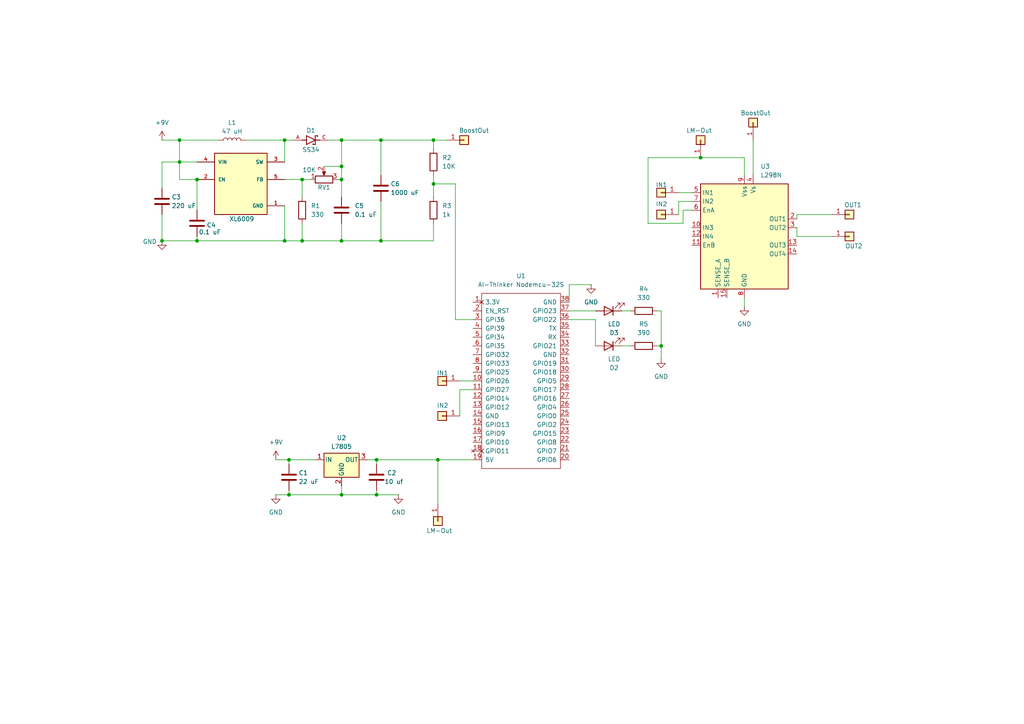
<source format=kicad_sch>
(kicad_sch (version 20250114) (generator "eeschema") (generator_version "9.0")
  (paper "A4")
  (lib_symbols
    (symbol "Connector_Generic:Conn_01x01" (pin_names (offset 1.016) (hide yes))
      (property "Reference" "J" (at 0 2.54 0))
      (property "Value" "Conn_01x01" (at 0 -2.54 0))
      (symbol "Conn_01x01_1_1"
        (rectangle (start -1.27 1.27) (end 1.27 -1.27) (stroke (width 0.254)) (fill (type background)))
        (rectangle (start -1.27 0.127) (end 0 -0.127) (stroke (width 0.1524)))
        (pin passive line (at -5.08 0 0) (length 3.81) (name "Pin_1") (number "1"))
      )
    )
    (symbol "Device:C" (pin_numbers (hide yes)) (pin_names (offset 0.254))
      (property "Reference" "C" (at 0.635 2.54 0))
      (property "Value" "C" (at 0.635 -2.54 0))
      (symbol "C_0_1"
        (polyline (pts (xy -2.032 0.762) (xy 2.032 0.762)) (stroke (width 0.508)))
        (polyline (pts (xy -2.032 -0.762) (xy 2.032 -0.762)) (stroke (width 0.508)))
      )
      (symbol "C_1_1"
        (pin passive line (at 0 3.81 270) (length 2.794) (name "~") (number "1"))
        (pin passive line (at 0 -3.81 90) (length 2.794) (name "~") (number "2"))
      )
    )
    (symbol "Device:L" (pin_numbers (hide yes)) (pin_names (offset 1.016) (hide yes))
      (property "Reference" "L" (at -1.27 0 90))
      (property "Value" "L" (at 1.905 0 90))
      (symbol "L_0_1"
        (arc (start 0 2.54) (mid 0.6323 1.905) (end 0 1.27))
        (arc (start 0 1.27) (mid 0.6323 0.635) (end 0 0))
        (arc (start 0 0) (mid 0.6323 -0.635) (end 0 -1.27))
        (arc (start 0 -1.27) (mid 0.6323 -1.905) (end 0 -2.54))
      )
      (symbol "L_1_1"
        (pin passive line (at 0 3.81 270) (length 1.27) (name "1") (number "1"))
        (pin passive line (at 0 -3.81 90) (length 1.27) (name "2") (number "2"))
      )
    )
    (symbol "Device:LED" (pin_numbers (hide yes)) (pin_names (offset 1.016) (hide yes))
      (property "Reference" "D" (at 0 2.54 0))
      (property "Value" "LED" (at 0 -2.54 0))
      (symbol "LED_0_1"
        (polyline (pts (xy -3.048 -0.762) (xy -4.572 -2.286) (xy -3.81 -2.286) (xy -4.572 -2.286) (xy -4.572 -1.524)))
        (polyline (pts (xy -1.778 -0.762) (xy -3.302 -2.286) (xy -2.54 -2.286) (xy -3.302 -2.286) (xy -3.302 -1.524)))
        (polyline (pts (xy -1.27 0) (xy 1.27 0)))
        (polyline (pts (xy -1.27 -1.27) (xy -1.27 1.27)) (stroke (width 0.254)))
        (polyline (pts (xy 1.27 -1.27) (xy 1.27 1.27) (xy -1.27 0) (xy 1.27 -1.27)) (stroke (width 0.254)))
      )
      (symbol "LED_1_1"
        (pin passive line (at -3.81 0 0) (length 2.54) (name "K") (number "1"))
        (pin passive line (at 3.81 0 180) (length 2.54) (name "A") (number "2"))
      )
    )
    (symbol "Device:R" (pin_numbers (hide yes)) (pin_names (offset 0))
      (property "Reference" "R" (at 2.032 0 90))
      (property "Value" "R" (at 0 0 90))
      (symbol "R_0_1"
        (rectangle (start -1.016 -2.54) (end 1.016 2.54) (stroke (width 0.254)))
      )
      (symbol "R_1_1"
        (pin passive line (at 0 3.81 270) (length 1.27) (name "~") (number "1"))
        (pin passive line (at 0 -3.81 90) (length 1.27) (name "~") (number "2"))
      )
    )
    (symbol "Device:R_Potentiometer" (pin_names (offset 1.016) (hide yes))
      (property "Reference" "RV" (at -4.445 0 90))
      (property "Value" "R_Potentiometer" (at -2.54 0 90))
      (symbol "R_Potentiometer_0_1"
        (rectangle (start 1.016 2.54) (end -1.016 -2.54) (stroke (width 0.254)))
        (polyline (pts (xy 1.143 0) (xy 2.286 0.508) (xy 2.286 -0.508) (xy 1.143 0)) (fill (type outline)))
        (polyline (pts (xy 2.54 0) (xy 1.524 0)))
      )
      (symbol "R_Potentiometer_1_1"
        (pin passive line (at 0 3.81 270) (length 1.27) (name "1") (number "1"))
        (pin passive line (at 0 -3.81 90) (length 1.27) (name "3") (number "3"))
        (pin passive line (at 3.81 0 180) (length 1.27) (name "2") (number "2"))
      )
    )
    (symbol "Driver_Motor:L298N"
      (property "Reference" "U" (at -10.16 16.51 0))
      (property "Value" "L298N" (at 12.7 16.51 0))
      (symbol "L298N_0_1"
        (rectangle (start -12.7 15.24) (end 12.7 -15.24) (stroke (width 0.254)) (fill (type background)))
      )
      (symbol "L298N_1_1"
        (pin input line (at -15.24 12.7 0) (length 2.54) (name "IN1") (number "5"))
        (pin input line (at -15.24 10.16 0) (length 2.54) (name "IN2") (number "7"))
        (pin input line (at -15.24 7.62 0) (length 2.54) (name "EnA") (number "6"))
        (pin input line (at -15.24 2.54 0) (length 2.54) (name "IN3") (number "10"))
        (pin input line (at -15.24 0 0) (length 2.54) (name "IN4") (number "12"))
        (pin input line (at -15.24 -2.54 0) (length 2.54) (name "EnB") (number "11"))
        (pin input line (at -7.62 -17.78 90) (length 2.54) (name "SENSE_A") (number "1"))
        (pin input line (at -5.08 -17.78 90) (length 2.54) (name "SENSE_B") (number "15"))
        (pin power_in line (at 0 17.78 270) (length 2.54) (name "Vss") (number "9"))
        (pin power_in line (at 0 -17.78 90) (length 2.54) (name "GND") (number "8"))
        (pin power_in line (at 2.54 17.78 270) (length 2.54) (name "Vs") (number "4"))
        (pin output line (at 15.24 5.08 180) (length 2.54) (name "OUT1") (number "2"))
        (pin output line (at 15.24 2.54 180) (length 2.54) (name "OUT2") (number "3"))
        (pin output line (at 15.24 -2.54 180) (length 2.54) (name "OUT3") (number "13"))
        (pin output line (at 15.24 -5.08 180) (length 2.54) (name "OUT4") (number "14"))
      )
    )
    (symbol "NodeMCU-32S:AI-Thinker Nodemcu-32S" (pin_names (offset 1.016))
      (property "Reference" "U" (at -10.16 8.89 0))
      (property "Value" "AI-Thinker Nodemcu-32S" (at 0 -44.45 0))
      (symbol "AI-Thinker Nodemcu-32S_0_1"
        (rectangle (start -11.43 7.62) (end 11.43 -43.18))
      )
      (symbol "AI-Thinker Nodemcu-32S_1_1"
        (pin power_out non_logic (at -13.97 5.08 0) (length 2.54) (name "3.3V") (number "1"))
        (pin bidirectional line (at -13.97 2.54 0) (length 2.54) (name "EN_RST") (number "2"))
        (pin input line (at -13.97 0 0) (length 2.54) (name "GPI36") (number "3"))
        (pin input line (at -13.97 -2.54 0) (length 2.54) (name "GPI39") (number "4"))
        (pin input line (at -13.97 -5.08 0) (length 2.54) (name "GPI34") (number "5"))
        (pin input line (at -13.97 -7.62 0) (length 2.54) (name "GPI35") (number "6"))
        (pin bidirectional line (at -13.97 -10.16 0) (length 2.54) (name "GPIO32") (number "7"))
        (pin bidirectional line (at -13.97 -12.7 0) (length 2.54) (name "GPIO33") (number "8"))
        (pin bidirectional line (at -13.97 -15.24 0) (length 2.54) (name "GPIO25") (number "9"))
        (pin bidirectional line (at -13.97 -17.78 0) (length 2.54) (name "GPIO26") (number "10"))
        (pin bidirectional line (at -13.97 -20.32 0) (length 2.54) (name "GPIO27") (number "11"))
        (pin bidirectional line (at -13.97 -22.86 0) (length 2.54) (name "GPIO14") (number "12"))
        (pin bidirectional line (at -13.97 -25.4 0) (length 2.54) (name "GPIO12") (number "13"))
        (pin power_in line (at -13.97 -27.94 0) (length 2.54) (name "GND") (number "14"))
        (pin bidirectional line (at -13.97 -30.48 0) (length 2.54) (name "GPIO13") (number "15"))
        (pin bidirectional line (at -13.97 -33.02 0) (length 2.54) (name "GPIO9") (number "16"))
        (pin bidirectional line (at -13.97 -35.56 0) (length 2.54) (name "GPIO10") (number "17"))
        (pin no_connect non_logic (at -13.97 -38.1 0) (length 2.54) (name "GPIO11") (number "18"))
        (pin power_in line (at -13.97 -40.64 0) (length 2.54) (name "5V") (number "19"))
        (pin passive line (at 13.97 5.08 180) (length 2.54) (name "GND") (number "38"))
        (pin bidirectional line (at 13.97 2.54 180) (length 2.54) (name "GPIO23") (number "37"))
        (pin bidirectional line (at 13.97 0 180) (length 2.54) (name "GPIO22") (number "36"))
        (pin bidirectional line (at 13.97 -2.54 180) (length 2.54) (name "TX") (number "35"))
        (pin bidirectional line (at 13.97 -5.08 180) (length 2.54) (name "RX") (number "34"))
        (pin bidirectional line (at 13.97 -7.62 180) (length 2.54) (name "GPIO21") (number "33"))
        (pin tri_state line (at 13.97 -10.16 180) (length 2.54) (name "GND") (number "32"))
        (pin bidirectional line (at 13.97 -12.7 180) (length 2.54) (name "GPIO19") (number "31"))
        (pin bidirectional line (at 13.97 -15.24 180) (length 2.54) (name "GPIO18") (number "30"))
        (pin bidirectional line (at 13.97 -17.78 180) (length 2.54) (name "GPIO5") (number "29"))
        (pin bidirectional line (at 13.97 -20.32 180) (length 2.54) (name "GPIO17") (number "28"))
        (pin bidirectional line (at 13.97 -22.86 180) (length 2.54) (name "GPIO16") (number "27"))
        (pin bidirectional line (at 13.97 -25.4 180) (length 2.54) (name "GPIO4") (number "26"))
        (pin bidirectional line (at 13.97 -27.94 180) (length 2.54) (name "GPIO0") (number "25"))
        (pin bidirectional line (at 13.97 -30.48 180) (length 2.54) (name "GPIO2") (number "24"))
        (pin bidirectional line (at 13.97 -33.02 180) (length 2.54) (name "GPIO15") (number "23"))
        (pin bidirectional line (at 13.97 -35.56 180) (length 2.54) (name "GPIO8") (number "22"))
        (pin bidirectional line (at 13.97 -38.1 180) (length 2.54) (name "GPIO7") (number "21"))
        (pin bidirectional line (at 13.97 -40.64 180) (length 2.54) (name "GPIO6") (number "20"))
      )
    )
    (symbol "Regulator_Linear:L7805" (pin_names (offset 0.254))
      (property "Reference" "U" (at -3.81 3.175 0))
      (property "Value" "L7805" (at 0 3.175 0))
      (symbol "L7805_0_1"
        (rectangle (start -5.08 1.905) (end 5.08 -5.08) (stroke (width 0.254)) (fill (type background)))
      )
      (symbol "L7805_1_1"
        (pin power_in line (at -7.62 0 0) (length 2.54) (name "IN") (number "1"))
        (pin power_in line (at 0 -7.62 90) (length 2.54) (name "GND") (number "2"))
        (pin power_out line (at 7.62 0 180) (length 2.54) (name "OUT") (number "3"))
      )
    )
    (symbol "SS34:SS34" (pin_names (offset 1.016))
      (property "Reference" "D" (at -5.08 2.54 0))
      (property "Value" "SS34" (at -5.08 -3.81 0))
      (symbol "SS34_0_0"
        (polyline (pts (xy -2.54 0) (xy -1.27 0)) (stroke (width 0.254)))
        (polyline (pts (xy -1.27 1.27) (xy -1.27 0)) (stroke (width 0.254)))
        (polyline (pts (xy -1.27 0) (xy -1.27 -1.27)) (stroke (width 0.254)))
        (polyline (pts (xy -1.27 -1.27) (xy 1.27 0)) (stroke (width 0.254)))
        (polyline (pts (xy 0.635 -1.016) (xy 0.635 -1.27)) (stroke (width 0.254)))
        (polyline (pts (xy 1.27 1.27) (xy 1.27 0)) (stroke (width 0.254)))
        (polyline (pts (xy 1.27 0) (xy -1.27 1.27)) (stroke (width 0.254)))
        (polyline (pts (xy 1.27 0) (xy 1.27 -1.27)) (stroke (width 0.254)))
        (polyline (pts (xy 1.27 -1.27) (xy 0.635 -1.27)) (stroke (width 0.254)))
        (polyline (pts (xy 1.905 1.27) (xy 1.27 1.27)) (stroke (width 0.254)))
        (polyline (pts (xy 1.905 1.27) (xy 1.905 1.016)) (stroke (width 0.254)))
        (polyline (pts (xy 2.54 0) (xy 1.27 0)) (stroke (width 0.254)))
        (pin passive line (at -5.08 0 0) (length 2.54) (name "~") (number "A"))
        (pin passive line (at 5.08 0 180) (length 2.54) (name "~") (number "C"))
      )
    )
    (symbol "XL6009:XL6009" (pin_names (offset 1.016))
      (property "Reference" "VR" (at -7.62 8.89 0))
      (property "Value" "XL6009" (at -7.62 -11.43 0))
      (symbol "XL6009_0_0"
        (rectangle (start -7.62 -10.16) (end 7.62 7.62) (stroke (width 0.254)) (fill (type background)))
        (pin input line (at -12.7 5.08 0) (length 5.08) (name "VIN") (number "4"))
        (pin input line (at -12.7 0 0) (length 5.08) (name "EN") (number "2"))
        (pin output line (at 12.7 5.08 180) (length 5.08) (name "SW") (number "3"))
        (pin output line (at 12.7 5.08 180) (length 5.08) (hide yes) (name "SW") (number "6"))
        (pin input line (at 12.7 0 180) (length 5.08) (name "FB") (number "5"))
        (pin power_in line (at 12.7 -7.62 180) (length 5.08) (name "GND") (number "1"))
      )
    )
    (symbol "power:+9V" (power) (pin_numbers (hide yes)) (pin_names (offset 0) (hide yes))
      (property "Value" "+9V" (at 0 3.556 0))
      (symbol "+9V_0_1"
        (polyline (pts (xy -0.762 1.27) (xy 0 2.54)))
        (polyline (pts (xy 0 2.54) (xy 0.762 1.27)))
        (polyline (pts (xy 0 0) (xy 0 2.54)))
      )
      (symbol "+9V_1_1"
        (pin power_in line (at 0 0 90) (length 0) (name "~") (number "1"))
      )
    )
    (symbol "power:GND" (power) (pin_numbers (hide yes)) (pin_names (offset 0) (hide yes))
      (property "Value" "GND" (at 0 -3.81 0))
      (symbol "GND_0_1"
        (polyline (pts (xy 0 0) (xy 0 -1.27) (xy 1.27 -1.27) (xy 0 -2.54) (xy -1.27 -1.27) (xy 0 -1.27)))
      )
      (symbol "GND_1_1"
        (pin power_in line (at 0 0 270) (length 0) (name "~") (number "1"))
      )
    )
  )
  (junction (at 110.49 40.64))
  (junction (at 99.06 48.26))
  (junction (at 110.49 69.85))
  (junction (at 109.22 133.35))
  (junction (at 99.06 40.64))
  (junction (at 99.06 69.85))
  (junction (at 99.06 52.07))
  (junction (at 87.63 52.07))
  (junction (at 57.15 52.07))
  (junction (at 52.07 40.64))
  (junction (at 203.2 45.72))
  (junction (at 46.99 69.85))
  (junction (at 191.77 100.33))
  (junction (at 127 133.35))
  (junction (at 83.82 133.35))
  (junction (at 99.06 143.51))
  (junction (at 109.22 143.51))
  (junction (at 82.55 40.64))
  (junction (at 83.82 143.51))
  (junction (at 57.15 69.85))
  (junction (at 125.73 40.64))
  (junction (at 87.63 69.85))
  (junction (at 52.07 46.99))
  (junction (at 82.55 69.85))
  (junction (at 125.73 53.34))
  (wire (pts (xy 171.45 82.55) (xy 165.1 82.55)))
  (wire (pts (xy 82.55 46.99) (xy 82.55 40.64)))
  (wire (pts (xy 180.34 100.33) (xy 182.88 100.33)))
  (wire (pts (xy 215.9 88.9) (xy 215.9 86.36)))
  (wire (pts (xy 215.9 45.72) (xy 203.2 45.72)))
  (wire (pts (xy 52.07 52.07) (xy 57.15 52.07)))
  (wire (pts (xy 109.22 143.51) (xy 115.57 143.51)))
  (wire (pts (xy 57.15 68.58) (xy 57.15 69.85)))
  (wire (pts (xy 83.82 133.35) (xy 91.44 133.35)))
  (wire (pts (xy 87.63 57.15) (xy 87.63 52.07)))
  (wire (pts (xy 125.73 50.8) (xy 125.73 53.34)))
  (wire (pts (xy 125.73 43.18) (xy 125.73 40.64)))
  (wire (pts (xy 218.44 40.64) (xy 218.44 50.8)))
  (wire (pts (xy 241.3 62.23) (xy 231.14 62.23)))
  (wire (pts (xy 165.1 82.55) (xy 165.1 87.63)))
  (wire (pts (xy 99.06 64.77) (xy 99.06 69.85)))
  (wire (pts (xy 57.15 52.07) (xy 57.15 60.96)))
  (wire (pts (xy 83.82 134.62) (xy 83.82 133.35)))
  (wire (pts (xy 109.22 134.62) (xy 109.22 133.35)))
  (wire (pts (xy 93.98 48.26) (xy 99.06 48.26)))
  (wire (pts (xy 125.73 64.77) (xy 125.73 69.85)))
  (wire (pts (xy 97.79 52.07) (xy 99.06 52.07)))
  (wire (pts (xy 52.07 40.64) (xy 63.5 40.64)))
  (wire (pts (xy 241.3 68.58) (xy 231.14 68.58)))
  (wire (pts (xy 187.96 64.77) (xy 187.96 45.72)))
  (wire (pts (xy 125.73 40.64) (xy 110.49 40.64)))
  (wire (pts (xy 187.96 45.72) (xy 203.2 45.72)))
  (wire (pts (xy 125.73 53.34) (xy 132.08 53.34)))
  (wire (pts (xy 110.49 50.8) (xy 110.49 40.64)))
  (wire (pts (xy 172.72 92.71) (xy 172.72 100.33)))
  (wire (pts (xy 165.1 92.71) (xy 172.72 92.71)))
  (wire (pts (xy 215.9 45.72) (xy 215.9 50.8)))
  (wire (pts (xy 87.63 64.77) (xy 87.63 69.85)))
  (wire (pts (xy 200.66 55.88) (xy 196.85 55.88)))
  (wire (pts (xy 125.73 40.64) (xy 129.54 40.64)))
  (wire (pts (xy 83.82 143.51) (xy 99.06 143.51)))
  (wire (pts (xy 82.55 40.64) (xy 85.09 40.64)))
  (wire (pts (xy 133.35 120.65) (xy 133.35 113.03)))
  (wire (pts (xy 196.85 58.42) (xy 200.66 58.42)))
  (wire (pts (xy 109.22 142.24) (xy 109.22 143.51)))
  (wire (pts (xy 137.16 110.49) (xy 133.35 110.49)))
  (wire (pts (xy 180.34 90.17) (xy 182.88 90.17)))
  (wire (pts (xy 46.99 46.99) (xy 52.07 46.99)))
  (wire (pts (xy 191.77 90.17) (xy 191.77 100.33)))
  (wire (pts (xy 95.25 40.64) (xy 99.06 40.64)))
  (wire (pts (xy 82.55 52.07) (xy 87.63 52.07)))
  (wire (pts (xy 137.16 133.35) (xy 127 133.35)))
  (wire (pts (xy 87.63 69.85) (xy 99.06 69.85)))
  (wire (pts (xy 99.06 40.64) (xy 110.49 40.64)))
  (wire (pts (xy 82.55 69.85) (xy 87.63 69.85)))
  (wire (pts (xy 109.22 133.35) (xy 127 133.35)))
  (wire (pts (xy 71.12 40.64) (xy 82.55 40.64)))
  (wire (pts (xy 99.06 143.51) (xy 109.22 143.51)))
  (wire (pts (xy 190.5 100.33) (xy 191.77 100.33)))
  (wire (pts (xy 198.12 60.96) (xy 198.12 64.77)))
  (wire (pts (xy 127 146.05) (xy 127 133.35)))
  (wire (pts (xy 99.06 140.97) (xy 99.06 143.51)))
  (wire (pts (xy 82.55 59.69) (xy 82.55 69.85)))
  (wire (pts (xy 191.77 100.33) (xy 191.77 104.14)))
  (wire (pts (xy 198.12 64.77) (xy 187.96 64.77)))
  (wire (pts (xy 52.07 46.99) (xy 57.15 46.99)))
  (wire (pts (xy 46.99 40.64) (xy 52.07 40.64)))
  (wire (pts (xy 80.01 143.51) (xy 83.82 143.51)))
  (wire (pts (xy 106.68 133.35) (xy 109.22 133.35)))
  (wire (pts (xy 125.73 53.34) (xy 125.73 57.15)))
  (wire (pts (xy 125.73 69.85) (xy 110.49 69.85)))
  (wire (pts (xy 83.82 142.24) (xy 83.82 143.51)))
  (wire (pts (xy 52.07 46.99) (xy 52.07 52.07)))
  (wire (pts (xy 46.99 69.85) (xy 57.15 69.85)))
  (wire (pts (xy 110.49 58.42) (xy 110.49 69.85)))
  (wire (pts (xy 132.08 92.71) (xy 137.16 92.71)))
  (wire (pts (xy 46.99 62.23) (xy 46.99 69.85)))
  (wire (pts (xy 99.06 52.07) (xy 99.06 57.15)))
  (wire (pts (xy 57.15 69.85) (xy 82.55 69.85)))
  (wire (pts (xy 99.06 40.64) (xy 99.06 48.26)))
  (wire (pts (xy 87.63 52.07) (xy 90.17 52.07)))
  (wire (pts (xy 99.06 48.26) (xy 99.06 52.07)))
  (wire (pts (xy 80.01 133.35) (xy 83.82 133.35)))
  (wire (pts (xy 46.99 46.99) (xy 46.99 54.61)))
  (wire (pts (xy 133.35 113.03) (xy 137.16 113.03)))
  (wire (pts (xy 196.85 58.42) (xy 196.85 62.23)))
  (wire (pts (xy 52.07 40.64) (xy 52.07 46.99)))
  (wire (pts (xy 165.1 90.17) (xy 172.72 90.17)))
  (wire (pts (xy 231.14 62.23) (xy 231.14 63.5)))
  (wire (pts (xy 231.14 68.58) (xy 231.14 66.04)))
  (wire (pts (xy 190.5 90.17) (xy 191.77 90.17)))
  (wire (pts (xy 99.06 69.85) (xy 110.49 69.85)))
  (wire (pts (xy 200.66 60.96) (xy 198.12 60.96)))
  (wire (pts (xy 132.08 53.34) (xy 132.08 92.71)))
  (symbol (lib_id "Connector_Generic:Conn_01x01") (at 191.77 62.23 180) (unit 1)
    (property "Reference" "IN2" (at 193.548 59.182 0) (effects (justify left)))
    (property "Value" "Conn_01x01" (effects (hide yes)))
    (property "Description" "Generic connector, single row, 01x01, script generated (kicad-library-utils/schlib/autogen/connector/)" (effects (hide yes)))
  )
  (symbol (lib_id "Device:R") (at 125.73 60.96 0) (unit 1)
    (property "Reference" "R3" (at 128.27 59.6899 0) (effects (justify left)))
    (property "Value" "1k" (at 128.27 62.2299 0) (effects (justify left)))
    (property "Description" "Resistor" (effects (hide yes)))
  )
  (symbol (lib_id "Connector_Generic:Conn_01x01") (at 134.62 40.64 0) (unit 1)
    (property "Reference" "BoostOut" (at 133.096 37.846 0) (effects (justify left)))
    (property "Value" "Conn_01x01" (effects (hide yes)))
    (property "Description" "Generic connector, single row, 01x01, script generated (kicad-library-utils/schlib/autogen/connector/)" (effects (hide yes)))
  )
  (symbol (lib_id "Device:R_Potentiometer") (at 93.98 52.07 90) (unit 1)
    (property "Reference" "RV1" (at 93.98 54.356 90))
    (property "Value" "10K" (at 89.662 49.276 90))
    (property "Description" "Potentiometer" (effects (hide yes)))
  )
  (symbol (lib_id "Driver_Motor:L298N") (at 215.9 68.58 0) (unit 1)
    (property "Reference" "U3" (at 220.5833 48.26 0) (effects (justify left)))
    (property "Value" "L298N" (at 220.5833 50.8 0) (effects (justify left)))
    (property "Footprint" "Package_TO_SOT_THT:TO-220-15_P2.54x5.08mm_StaggerOdd_Lead4.58mm_Vertical" (effects (hide yes)))
    (property "Datasheet" "http://www.st.com/st-web-ui/static/active/en/resource/technical/document/datasheet/CD00000240.pdf" (effects (hide yes)))
    (property "Description" "Dual full bridge motor driver, up to 46V, 4A, Multiwatt15-V" (effects (hide yes)))
  )
  (symbol (lib_id "power:GND") (at 191.77 104.14 0) (unit 1)
    (property "Reference" "#PWR07" (effects (hide yes)))
    (property "Value" "GND" (at 191.77 109.22 0))
    (property "Description" "Power symbol creates a global label with name \"GND\" , ground" (effects (hide yes)))
  )
  (symbol (lib_id "Device:C") (at 83.82 138.43 0) (unit 1)
    (property "Reference" "C1" (at 86.614 137.16 0) (effects (justify left)))
    (property "Value" "22 uF" (at 86.614 139.7 0) (effects (justify left)))
    (property "Description" "Unpolarized capacitor" (effects (hide yes)))
  )
  (symbol (lib_id "Connector_Generic:Conn_01x01") (at 246.38 68.58 0) (unit 1)
    (property "Reference" "OUT2" (at 245.11 71.374 0) (effects (justify left)))
    (property "Value" "Conn_01x01" (effects (hide yes)))
    (property "Description" "Generic connector, single row, 01x01, script generated (kicad-library-utils/schlib/autogen/connector/)" (effects (hide yes)))
  )
  (symbol (lib_id "Connector_Generic:Conn_01x01") (at 128.27 110.49 180) (unit 1)
    (property "Reference" "IN1" (at 130.048 108.204 0) (effects (justify left)))
    (property "Value" "Conn_01x01" (effects (hide yes)))
    (property "Description" "Generic connector, single row, 01x01, script generated (kicad-library-utils/schlib/autogen/connector/)" (effects (hide yes)))
  )
  (symbol (lib_id "Device:LED") (at 176.53 90.17 180) (unit 1)
    (property "Reference" "D3" (at 178.1175 96.52 0))
    (property "Value" "LED" (at 178.1175 93.98 0))
    (property "Description" "Light emitting diode" (effects (hide yes)))
    (property "Sim.Pins" "1=K 2=A" (effects (hide yes)))
  )
  (symbol (lib_id "Connector_Generic:Conn_01x01") (at 127 151.13 270) (unit 1)
    (property "Reference" "LM-Out" (at 123.698 153.924 90) (effects (justify left)))
    (property "Value" "Conn_01x01" (effects (hide yes)))
    (property "Description" "Generic connector, single row, 01x01, script generated (kicad-library-utils/schlib/autogen/connector/)" (effects (hide yes)))
  )
  (symbol (lib_id "Device:R") (at 186.69 100.33 90) (unit 1)
    (property "Reference" "R5" (at 186.69 93.98 90))
    (property "Value" "390" (at 186.69 96.52 90))
    (property "Description" "Resistor" (effects (hide yes)))
  )
  (symbol (lib_id "Device:LED") (at 176.53 100.33 180) (unit 1)
    (property "Reference" "D2" (at 178.1175 106.68 0))
    (property "Value" "LED" (at 178.1175 104.14 0))
    (property "Description" "Light emitting diode" (effects (hide yes)))
    (property "Sim.Pins" "1=K 2=A" (effects (hide yes)))
  )
  (symbol (lib_id "Connector_Generic:Conn_01x01") (at 191.77 55.88 180) (unit 1)
    (property "Reference" "IN1" (at 193.548 53.594 0) (effects (justify left)))
    (property "Value" "Conn_01x01" (effects (hide yes)))
    (property "Description" "Generic connector, single row, 01x01, script generated (kicad-library-utils/schlib/autogen/connector/)" (effects (hide yes)))
  )
  (symbol (lib_id "Device:L") (at 67.31 40.64 90) (unit 1)
    (property "Reference" "L1" (at 67.31 35.56 90))
    (property "Value" "47 uH" (at 67.31 38.1 90))
    (property "Description" "Inductor" (effects (hide yes)))
  )
  (symbol (lib_id "XL6009:XL6009") (at 69.85 52.07 0) (unit 1)
    (property "Reference" "VR1" (effects (hide yes)))
    (property "Value" "XL6009" (at 70.104 63.5 0))
    (property "Footprint" "XL6009:DPAK170P1435X465-6N" (effects (hide yes)))
    (property "MF" "XLSEMI" (effects (hide yes)))
    (property "MAXIMUM_PACKAGE_HEIGHT" "4.65mm" (effects (hide yes)))
    (property "Package" "TO-263-5L XLSEMI" (effects (hide yes)))
    (property "Price" "None" (effects (hide yes)))
    (property "Check_prices" "https://www.snapeda.com/parts/XL6009/XLSEMI/view-part/?ref=eda" (effects (hide yes)))
    (property "STANDARD" "IPC-7351B" (effects (hide yes)))
    (property "PARTREV" "1.1" (effects (hide yes)))
    (property "SnapEDA_Link" "https://www.snapeda.com/parts/XL6009/XLSEMI/view-part/?ref=snap" (effects (hide yes)))
    (property "MP" "XL6009" (effects (hide yes)))
    (property "Description_1" "The XL6009 regulator is a wide input range, current mode, DC/DC converter which is capable of generating either positive or negative output voltages." (effects (hide yes)))
    (property "Availability" "Not in stock" (effects (hide yes)))
    (property "MANUFACTURER" "XLSEMI" (effects (hide yes)))
  )
  (symbol (lib_id "power:+9V") (at 80.01 133.35 0) (unit 1)
    (property "Reference" "#PWR02" (effects (hide yes)))
    (property "Value" "+9V" (at 80.01 128.27 0))
    (property "Description" "Power symbol creates a global label with name \"+9V\"" (effects (hide yes)))
  )
  (symbol (lib_id "power:GND") (at 46.99 69.85 0) (unit 1)
    (property "Reference" "#PWR03" (effects (hide yes)))
    (property "Value" "GND" (at 43.434 70.104 0))
    (property "Description" "Power symbol creates a global label with name \"GND\" , ground" (effects (hide yes)))
  )
  (symbol (lib_id "Device:C") (at 46.99 58.42 0) (unit 1)
    (property "Reference" "C3" (at 49.784 57.15 0) (effects (justify left)))
    (property "Value" "220 uF" (at 49.784 59.69 0) (effects (justify left)))
    (property "Description" "Unpolarized capacitor" (effects (hide yes)))
  )
  (symbol (lib_id "Device:C") (at 57.15 64.77 0) (unit 1)
    (property "Reference" "C4" (at 59.944 65.278 0) (effects (justify left)))
    (property "Value" "0.1 uF" (at 57.658 67.31 0) (effects (justify left)))
    (property "Description" "Unpolarized capacitor" (effects (hide yes)))
  )
  (symbol (lib_id "Device:C") (at 110.49 54.61 0) (unit 1)
    (property "Reference" "C6" (at 113.284 53.34 0) (effects (justify left)))
    (property "Value" "1000 uF" (at 113.284 55.88 0) (effects (justify left)))
    (property "Description" "Unpolarized capacitor" (effects (hide yes)))
  )
  (symbol (lib_id "NodeMCU-32S:AI-Thinker Nodemcu-32S") (at 151.13 92.71 0) (unit 1)
    (property "Reference" "U1" (at 151.13 80.01 0))
    (property "Value" "AI-Thinker Nodemcu-32S" (at 151.13 82.55 0))
  )
  (symbol (lib_id "Connector_Generic:Conn_01x01") (at 203.2 40.64 90) (unit 1)
    (property "Reference" "LM-Out" (at 206.502 37.846 90) (effects (justify left)))
    (property "Value" "Conn_01x01" (effects (hide yes)))
    (property "Description" "Generic connector, single row, 01x01, script generated (kicad-library-utils/schlib/autogen/connector/)" (effects (hide yes)))
  )
  (symbol (lib_id "power:GND") (at 171.45 82.55 0) (unit 1)
    (property "Reference" "#PWR06" (effects (hide yes)))
    (property "Value" "GND" (at 171.45 87.63 0))
    (property "Description" "Power symbol creates a global label with name \"GND\" , ground" (effects (hide yes)))
  )
  (symbol (lib_id "Device:R") (at 125.73 46.99 0) (unit 1)
    (property "Reference" "R2" (at 128.27 45.7199 0) (effects (justify left)))
    (property "Value" "10K" (at 128.27 48.2599 0) (effects (justify left)))
    (property "Description" "Resistor" (effects (hide yes)))
  )
  (symbol (lib_id "Device:R") (at 186.69 90.17 90) (unit 1)
    (property "Reference" "R4" (at 186.69 83.82 90))
    (property "Value" "330" (at 186.69 86.36 90))
    (property "Description" "Resistor" (effects (hide yes)))
  )
  (symbol (lib_id "Connector_Generic:Conn_01x01") (at 128.27 120.65 180) (unit 1)
    (property "Reference" "IN2" (at 130.048 117.602 0) (effects (justify left)))
    (property "Value" "Conn_01x01" (effects (hide yes)))
    (property "Description" "Generic connector, single row, 01x01, script generated (kicad-library-utils/schlib/autogen/connector/)" (effects (hide yes)))
  )
  (symbol (lib_id "power:GND") (at 215.9 88.9 0) (unit 1)
    (property "Reference" "#PWR08" (effects (hide yes)))
    (property "Value" "GND" (at 215.9 93.98 0))
    (property "Description" "Power symbol creates a global label with name \"GND\" , ground" (effects (hide yes)))
  )
  (symbol (lib_id "Device:C") (at 99.06 60.96 0) (unit 1)
    (property "Reference" "C5" (at 102.87 59.6899 0) (effects (justify left)))
    (property "Value" "0.1 uF" (at 102.87 62.2299 0) (effects (justify left)))
    (property "Description" "Unpolarized capacitor" (effects (hide yes)))
  )
  (symbol (lib_id "power:+9V") (at 46.99 40.64 0) (unit 1)
    (property "Reference" "#PWR01" (effects (hide yes)))
    (property "Value" "+9V" (at 46.99 35.56 0))
    (property "Description" "Power symbol creates a global label with name \"+9V\"" (effects (hide yes)))
  )
  (symbol (lib_id "Connector_Generic:Conn_01x01") (at 246.38 62.23 0) (unit 1)
    (property "Reference" "OUT1" (at 244.856 59.436 0) (effects (justify left)))
    (property "Value" "Conn_01x01" (effects (hide yes)))
    (property "Description" "Generic connector, single row, 01x01, script generated (kicad-library-utils/schlib/autogen/connector/)" (effects (hide yes)))
  )
  (symbol (lib_id "power:GND") (at 115.57 143.51 0) (unit 1)
    (property "Reference" "#PWR05" (effects (hide yes)))
    (property "Value" "GND" (at 115.57 148.59 0))
    (property "Description" "Power symbol creates a global label with name \"GND\" , ground" (effects (hide yes)))
  )
  (symbol (lib_id "Device:R") (at 87.63 60.96 0) (unit 1)
    (property "Reference" "R1" (at 90.17 59.6899 0) (effects (justify left)))
    (property "Value" "330" (at 90.17 62.2299 0) (effects (justify left)))
    (property "Description" "Resistor" (effects (hide yes)))
  )
  (symbol (lib_id "Device:C") (at 109.22 138.43 0) (unit 1)
    (property "Reference" "C2" (at 112.268 137.16 0) (effects (justify left)))
    (property "Value" "10 uf" (at 111.506 139.7 0) (effects (justify left)))
    (property "Description" "Unpolarized capacitor" (effects (hide yes)))
  )
  (symbol (lib_id "SS34:SS34") (at 90.17 40.64 0) (unit 1)
    (property "Reference" "D1" (at 90.17 37.846 0))
    (property "Value" "SS34" (at 90.17 43.434 0))
    (property "Footprint" "SS34:DIOM7959X265N" (effects (hide yes)))
    (property "MF" "ON Semiconductor" (effects (hide yes)))
    (property "SNAPEDA_PACKAGE_ID" "36301" (effects (hide yes)))
    (property "Package" "SMC-2 ON Semiconductor" (effects (hide yes)))
    (property "Price" "None" (effects (hide yes)))
    (property "Check_prices" "https://www.snapeda.com/parts/SS34/Onsemi/view-part/?ref=eda" (effects (hide yes)))
    (property "STANDARD" "IPC-7351B" (effects (hide yes)))
    (property "PARTREV" "31 Aug 2016" (effects (hide yes)))
    (property "SnapEDA_Link" "https://www.snapeda.com/parts/SS34/Onsemi/view-part/?ref=snap" (effects (hide yes)))
    (property "MP" "SS34" (effects (hide yes)))
    (property "Description_1" "Diode Schottky 40 V 3A Surface Mount SMC (DO-214AB)" (effects (hide yes)))
    (property "MANUFACTURER" "On Semiconductor" (effects (hide yes)))
    (property "Availability" "In Stock" (effects (hide yes)))
    (property "MAXIMUM_PACKAGE_HEIGHT" "2.65mm" (effects (hide yes)))
  )
  (symbol (lib_id "power:GND") (at 80.01 143.51 0) (unit 1)
    (property "Reference" "#PWR04" (effects (hide yes)))
    (property "Value" "GND" (at 80.01 148.59 0))
    (property "Description" "Power symbol creates a global label with name \"GND\" , ground" (effects (hide yes)))
  )
  (symbol (lib_id "Regulator_Linear:L7805") (at 99.06 133.35 0) (unit 1)
    (property "Reference" "U2" (at 99.06 127 0))
    (property "Value" "L7805" (at 99.06 129.54 0))
    (property "Datasheet" "http://www.st.com/content/ccc/resource/technical/document/datasheet/41/4f/b3/b0/12/d4/47/88/CD00000444.pdf/files/CD00000444.pdf/jcr:content/translations/en.CD00000444.pdf" (effects (hide yes)))
    (property "Description" "Positive 1.5A 35V Linear Regulator, Fixed Output 5V, TO-220/TO-263/TO-252" (effects (hide yes)))
  )
  (symbol (lib_id "Connector_Generic:Conn_01x01") (at 218.44 35.56 90) (unit 1)
    (property "Reference" "BoostOut" (at 223.52 32.766 90) (effects (justify left)))
    (property "Value" "Conn_01x01" (effects (hide yes)))
    (property "Description" "Generic connector, single row, 01x01, script generated (kicad-library-utils/schlib/autogen/connector/)" (effects (hide yes)))
  )
)
</source>
